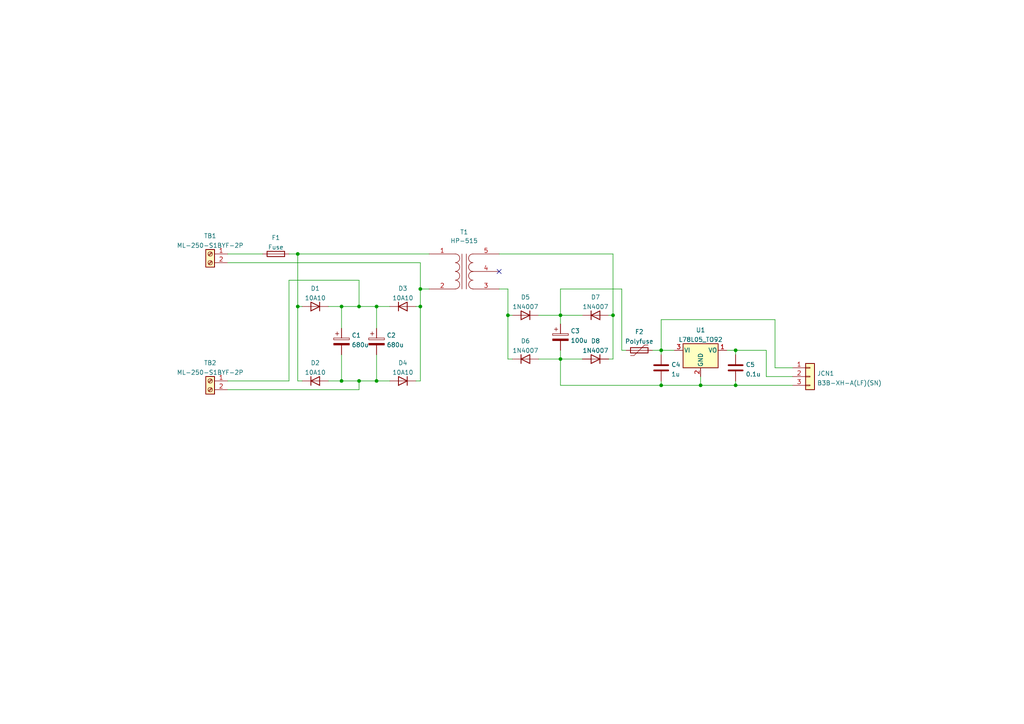
<source format=kicad_sch>
(kicad_sch (version 20211123) (generator eeschema)

  (uuid 7e5d37cf-7498-4752-a026-a4823cfcb875)

  (paper "A4")

  (title_block
    (title "Inverter Power Unit")
    (date "2022-03-13")
    (rev "V1.00")
  )

  (lib_symbols
    (symbol "Connector:Screw_Terminal_01x02" (pin_names (offset 1.016) hide) (in_bom yes) (on_board yes)
      (property "Reference" "J" (id 0) (at 0 2.54 0)
        (effects (font (size 1.27 1.27)))
      )
      (property "Value" "Screw_Terminal_01x02" (id 1) (at 0 -5.08 0)
        (effects (font (size 1.27 1.27)))
      )
      (property "Footprint" "" (id 2) (at 0 0 0)
        (effects (font (size 1.27 1.27)) hide)
      )
      (property "Datasheet" "~" (id 3) (at 0 0 0)
        (effects (font (size 1.27 1.27)) hide)
      )
      (property "ki_keywords" "screw terminal" (id 4) (at 0 0 0)
        (effects (font (size 1.27 1.27)) hide)
      )
      (property "ki_description" "Generic screw terminal, single row, 01x02, script generated (kicad-library-utils/schlib/autogen/connector/)" (id 5) (at 0 0 0)
        (effects (font (size 1.27 1.27)) hide)
      )
      (property "ki_fp_filters" "TerminalBlock*:*" (id 6) (at 0 0 0)
        (effects (font (size 1.27 1.27)) hide)
      )
      (symbol "Screw_Terminal_01x02_1_1"
        (rectangle (start -1.27 1.27) (end 1.27 -3.81)
          (stroke (width 0.254) (type default) (color 0 0 0 0))
          (fill (type background))
        )
        (circle (center 0 -2.54) (radius 0.635)
          (stroke (width 0.1524) (type default) (color 0 0 0 0))
          (fill (type none))
        )
        (polyline
          (pts
            (xy -0.5334 -2.2098)
            (xy 0.3302 -3.048)
          )
          (stroke (width 0.1524) (type default) (color 0 0 0 0))
          (fill (type none))
        )
        (polyline
          (pts
            (xy -0.5334 0.3302)
            (xy 0.3302 -0.508)
          )
          (stroke (width 0.1524) (type default) (color 0 0 0 0))
          (fill (type none))
        )
        (polyline
          (pts
            (xy -0.3556 -2.032)
            (xy 0.508 -2.8702)
          )
          (stroke (width 0.1524) (type default) (color 0 0 0 0))
          (fill (type none))
        )
        (polyline
          (pts
            (xy -0.3556 0.508)
            (xy 0.508 -0.3302)
          )
          (stroke (width 0.1524) (type default) (color 0 0 0 0))
          (fill (type none))
        )
        (circle (center 0 0) (radius 0.635)
          (stroke (width 0.1524) (type default) (color 0 0 0 0))
          (fill (type none))
        )
        (pin passive line (at -5.08 0 0) (length 3.81)
          (name "Pin_1" (effects (font (size 1.27 1.27))))
          (number "1" (effects (font (size 1.27 1.27))))
        )
        (pin passive line (at -5.08 -2.54 0) (length 3.81)
          (name "Pin_2" (effects (font (size 1.27 1.27))))
          (number "2" (effects (font (size 1.27 1.27))))
        )
      )
    )
    (symbol "Connector_Generic:Conn_01x03" (pin_names (offset 1.016) hide) (in_bom yes) (on_board yes)
      (property "Reference" "J" (id 0) (at 0 5.08 0)
        (effects (font (size 1.27 1.27)))
      )
      (property "Value" "Conn_01x03" (id 1) (at 0 -5.08 0)
        (effects (font (size 1.27 1.27)))
      )
      (property "Footprint" "" (id 2) (at 0 0 0)
        (effects (font (size 1.27 1.27)) hide)
      )
      (property "Datasheet" "~" (id 3) (at 0 0 0)
        (effects (font (size 1.27 1.27)) hide)
      )
      (property "ki_keywords" "connector" (id 4) (at 0 0 0)
        (effects (font (size 1.27 1.27)) hide)
      )
      (property "ki_description" "Generic connector, single row, 01x03, script generated (kicad-library-utils/schlib/autogen/connector/)" (id 5) (at 0 0 0)
        (effects (font (size 1.27 1.27)) hide)
      )
      (property "ki_fp_filters" "Connector*:*_1x??_*" (id 6) (at 0 0 0)
        (effects (font (size 1.27 1.27)) hide)
      )
      (symbol "Conn_01x03_1_1"
        (rectangle (start -1.27 -2.413) (end 0 -2.667)
          (stroke (width 0.1524) (type default) (color 0 0 0 0))
          (fill (type none))
        )
        (rectangle (start -1.27 0.127) (end 0 -0.127)
          (stroke (width 0.1524) (type default) (color 0 0 0 0))
          (fill (type none))
        )
        (rectangle (start -1.27 2.667) (end 0 2.413)
          (stroke (width 0.1524) (type default) (color 0 0 0 0))
          (fill (type none))
        )
        (rectangle (start -1.27 3.81) (end 1.27 -3.81)
          (stroke (width 0.254) (type default) (color 0 0 0 0))
          (fill (type background))
        )
        (pin passive line (at -5.08 2.54 0) (length 3.81)
          (name "Pin_1" (effects (font (size 1.27 1.27))))
          (number "1" (effects (font (size 1.27 1.27))))
        )
        (pin passive line (at -5.08 0 0) (length 3.81)
          (name "Pin_2" (effects (font (size 1.27 1.27))))
          (number "2" (effects (font (size 1.27 1.27))))
        )
        (pin passive line (at -5.08 -2.54 0) (length 3.81)
          (name "Pin_3" (effects (font (size 1.27 1.27))))
          (number "3" (effects (font (size 1.27 1.27))))
        )
      )
    )
    (symbol "Device:C" (pin_numbers hide) (pin_names (offset 0.254)) (in_bom yes) (on_board yes)
      (property "Reference" "C" (id 0) (at 0.635 2.54 0)
        (effects (font (size 1.27 1.27)) (justify left))
      )
      (property "Value" "C" (id 1) (at 0.635 -2.54 0)
        (effects (font (size 1.27 1.27)) (justify left))
      )
      (property "Footprint" "" (id 2) (at 0.9652 -3.81 0)
        (effects (font (size 1.27 1.27)) hide)
      )
      (property "Datasheet" "~" (id 3) (at 0 0 0)
        (effects (font (size 1.27 1.27)) hide)
      )
      (property "ki_keywords" "cap capacitor" (id 4) (at 0 0 0)
        (effects (font (size 1.27 1.27)) hide)
      )
      (property "ki_description" "Unpolarized capacitor" (id 5) (at 0 0 0)
        (effects (font (size 1.27 1.27)) hide)
      )
      (property "ki_fp_filters" "C_*" (id 6) (at 0 0 0)
        (effects (font (size 1.27 1.27)) hide)
      )
      (symbol "C_0_1"
        (polyline
          (pts
            (xy -2.032 -0.762)
            (xy 2.032 -0.762)
          )
          (stroke (width 0.508) (type default) (color 0 0 0 0))
          (fill (type none))
        )
        (polyline
          (pts
            (xy -2.032 0.762)
            (xy 2.032 0.762)
          )
          (stroke (width 0.508) (type default) (color 0 0 0 0))
          (fill (type none))
        )
      )
      (symbol "C_1_1"
        (pin passive line (at 0 3.81 270) (length 2.794)
          (name "~" (effects (font (size 1.27 1.27))))
          (number "1" (effects (font (size 1.27 1.27))))
        )
        (pin passive line (at 0 -3.81 90) (length 2.794)
          (name "~" (effects (font (size 1.27 1.27))))
          (number "2" (effects (font (size 1.27 1.27))))
        )
      )
    )
    (symbol "Device:C_Polarized" (pin_numbers hide) (pin_names (offset 0.254)) (in_bom yes) (on_board yes)
      (property "Reference" "C" (id 0) (at 0.635 2.54 0)
        (effects (font (size 1.27 1.27)) (justify left))
      )
      (property "Value" "C_Polarized" (id 1) (at 0.635 -2.54 0)
        (effects (font (size 1.27 1.27)) (justify left))
      )
      (property "Footprint" "" (id 2) (at 0.9652 -3.81 0)
        (effects (font (size 1.27 1.27)) hide)
      )
      (property "Datasheet" "~" (id 3) (at 0 0 0)
        (effects (font (size 1.27 1.27)) hide)
      )
      (property "ki_keywords" "cap capacitor" (id 4) (at 0 0 0)
        (effects (font (size 1.27 1.27)) hide)
      )
      (property "ki_description" "Polarized capacitor" (id 5) (at 0 0 0)
        (effects (font (size 1.27 1.27)) hide)
      )
      (property "ki_fp_filters" "CP_*" (id 6) (at 0 0 0)
        (effects (font (size 1.27 1.27)) hide)
      )
      (symbol "C_Polarized_0_1"
        (rectangle (start -2.286 0.508) (end 2.286 1.016)
          (stroke (width 0) (type default) (color 0 0 0 0))
          (fill (type none))
        )
        (polyline
          (pts
            (xy -1.778 2.286)
            (xy -0.762 2.286)
          )
          (stroke (width 0) (type default) (color 0 0 0 0))
          (fill (type none))
        )
        (polyline
          (pts
            (xy -1.27 2.794)
            (xy -1.27 1.778)
          )
          (stroke (width 0) (type default) (color 0 0 0 0))
          (fill (type none))
        )
        (rectangle (start 2.286 -0.508) (end -2.286 -1.016)
          (stroke (width 0) (type default) (color 0 0 0 0))
          (fill (type outline))
        )
      )
      (symbol "C_Polarized_1_1"
        (pin passive line (at 0 3.81 270) (length 2.794)
          (name "~" (effects (font (size 1.27 1.27))))
          (number "1" (effects (font (size 1.27 1.27))))
        )
        (pin passive line (at 0 -3.81 90) (length 2.794)
          (name "~" (effects (font (size 1.27 1.27))))
          (number "2" (effects (font (size 1.27 1.27))))
        )
      )
    )
    (symbol "Device:D" (pin_numbers hide) (pin_names (offset 1.016) hide) (in_bom yes) (on_board yes)
      (property "Reference" "D" (id 0) (at 0 2.54 0)
        (effects (font (size 1.27 1.27)))
      )
      (property "Value" "D" (id 1) (at 0 -2.54 0)
        (effects (font (size 1.27 1.27)))
      )
      (property "Footprint" "" (id 2) (at 0 0 0)
        (effects (font (size 1.27 1.27)) hide)
      )
      (property "Datasheet" "~" (id 3) (at 0 0 0)
        (effects (font (size 1.27 1.27)) hide)
      )
      (property "ki_keywords" "diode" (id 4) (at 0 0 0)
        (effects (font (size 1.27 1.27)) hide)
      )
      (property "ki_description" "Diode" (id 5) (at 0 0 0)
        (effects (font (size 1.27 1.27)) hide)
      )
      (property "ki_fp_filters" "TO-???* *_Diode_* *SingleDiode* D_*" (id 6) (at 0 0 0)
        (effects (font (size 1.27 1.27)) hide)
      )
      (symbol "D_0_1"
        (polyline
          (pts
            (xy -1.27 1.27)
            (xy -1.27 -1.27)
          )
          (stroke (width 0.254) (type default) (color 0 0 0 0))
          (fill (type none))
        )
        (polyline
          (pts
            (xy 1.27 0)
            (xy -1.27 0)
          )
          (stroke (width 0) (type default) (color 0 0 0 0))
          (fill (type none))
        )
        (polyline
          (pts
            (xy 1.27 1.27)
            (xy 1.27 -1.27)
            (xy -1.27 0)
            (xy 1.27 1.27)
          )
          (stroke (width 0.254) (type default) (color 0 0 0 0))
          (fill (type none))
        )
      )
      (symbol "D_1_1"
        (pin passive line (at -3.81 0 0) (length 2.54)
          (name "K" (effects (font (size 1.27 1.27))))
          (number "1" (effects (font (size 1.27 1.27))))
        )
        (pin passive line (at 3.81 0 180) (length 2.54)
          (name "A" (effects (font (size 1.27 1.27))))
          (number "2" (effects (font (size 1.27 1.27))))
        )
      )
    )
    (symbol "Device:Fuse" (pin_numbers hide) (pin_names (offset 0)) (in_bom yes) (on_board yes)
      (property "Reference" "F" (id 0) (at 2.032 0 90)
        (effects (font (size 1.27 1.27)))
      )
      (property "Value" "Fuse" (id 1) (at -1.905 0 90)
        (effects (font (size 1.27 1.27)))
      )
      (property "Footprint" "" (id 2) (at -1.778 0 90)
        (effects (font (size 1.27 1.27)) hide)
      )
      (property "Datasheet" "~" (id 3) (at 0 0 0)
        (effects (font (size 1.27 1.27)) hide)
      )
      (property "ki_keywords" "fuse" (id 4) (at 0 0 0)
        (effects (font (size 1.27 1.27)) hide)
      )
      (property "ki_description" "Fuse" (id 5) (at 0 0 0)
        (effects (font (size 1.27 1.27)) hide)
      )
      (property "ki_fp_filters" "*Fuse*" (id 6) (at 0 0 0)
        (effects (font (size 1.27 1.27)) hide)
      )
      (symbol "Fuse_0_1"
        (rectangle (start -0.762 -2.54) (end 0.762 2.54)
          (stroke (width 0.254) (type default) (color 0 0 0 0))
          (fill (type none))
        )
        (polyline
          (pts
            (xy 0 2.54)
            (xy 0 -2.54)
          )
          (stroke (width 0) (type default) (color 0 0 0 0))
          (fill (type none))
        )
      )
      (symbol "Fuse_1_1"
        (pin passive line (at 0 3.81 270) (length 1.27)
          (name "~" (effects (font (size 1.27 1.27))))
          (number "1" (effects (font (size 1.27 1.27))))
        )
        (pin passive line (at 0 -3.81 90) (length 1.27)
          (name "~" (effects (font (size 1.27 1.27))))
          (number "2" (effects (font (size 1.27 1.27))))
        )
      )
    )
    (symbol "Device:Polyfuse" (pin_numbers hide) (pin_names (offset 0)) (in_bom yes) (on_board yes)
      (property "Reference" "F" (id 0) (at -2.54 0 90)
        (effects (font (size 1.27 1.27)))
      )
      (property "Value" "Polyfuse" (id 1) (at 2.54 0 90)
        (effects (font (size 1.27 1.27)))
      )
      (property "Footprint" "" (id 2) (at 1.27 -5.08 0)
        (effects (font (size 1.27 1.27)) (justify left) hide)
      )
      (property "Datasheet" "~" (id 3) (at 0 0 0)
        (effects (font (size 1.27 1.27)) hide)
      )
      (property "ki_keywords" "resettable fuse PTC PPTC polyfuse polyswitch" (id 4) (at 0 0 0)
        (effects (font (size 1.27 1.27)) hide)
      )
      (property "ki_description" "Resettable fuse, polymeric positive temperature coefficient" (id 5) (at 0 0 0)
        (effects (font (size 1.27 1.27)) hide)
      )
      (property "ki_fp_filters" "*polyfuse* *PTC*" (id 6) (at 0 0 0)
        (effects (font (size 1.27 1.27)) hide)
      )
      (symbol "Polyfuse_0_1"
        (rectangle (start -0.762 2.54) (end 0.762 -2.54)
          (stroke (width 0.254) (type default) (color 0 0 0 0))
          (fill (type none))
        )
        (polyline
          (pts
            (xy 0 2.54)
            (xy 0 -2.54)
          )
          (stroke (width 0) (type default) (color 0 0 0 0))
          (fill (type none))
        )
        (polyline
          (pts
            (xy -1.524 2.54)
            (xy -1.524 1.524)
            (xy 1.524 -1.524)
            (xy 1.524 -2.54)
          )
          (stroke (width 0) (type default) (color 0 0 0 0))
          (fill (type none))
        )
      )
      (symbol "Polyfuse_1_1"
        (pin passive line (at 0 3.81 270) (length 1.27)
          (name "~" (effects (font (size 1.27 1.27))))
          (number "1" (effects (font (size 1.27 1.27))))
        )
        (pin passive line (at 0 -3.81 90) (length 1.27)
          (name "~" (effects (font (size 1.27 1.27))))
          (number "2" (effects (font (size 1.27 1.27))))
        )
      )
    )
    (symbol "Device:Transformer_1P_SS" (pin_names (offset 1.016) hide) (in_bom yes) (on_board yes)
      (property "Reference" "T" (id 0) (at 0 6.35 0)
        (effects (font (size 1.27 1.27)))
      )
      (property "Value" "Transformer_1P_SS" (id 1) (at 0 -7.62 0)
        (effects (font (size 1.27 1.27)))
      )
      (property "Footprint" "" (id 2) (at 0 0 0)
        (effects (font (size 1.27 1.27)) hide)
      )
      (property "Datasheet" "~" (id 3) (at 0 0 0)
        (effects (font (size 1.27 1.27)) hide)
      )
      (property "ki_keywords" "transformer coil magnet" (id 4) (at 0 0 0)
        (effects (font (size 1.27 1.27)) hide)
      )
      (property "ki_description" "Transformer, single primary, split secondary" (id 5) (at 0 0 0)
        (effects (font (size 1.27 1.27)) hide)
      )
      (symbol "Transformer_1P_SS_0_1"
        (arc (start -2.54 -5.0546) (mid -1.6561 -4.6863) (end -1.27 -3.81)
          (stroke (width 0) (type default) (color 0 0 0 0))
          (fill (type none))
        )
        (arc (start -2.54 -2.5146) (mid -1.6561 -2.1463) (end -1.27 -1.27)
          (stroke (width 0) (type default) (color 0 0 0 0))
          (fill (type none))
        )
        (arc (start -2.54 0.0254) (mid -1.6561 0.3937) (end -1.27 1.27)
          (stroke (width 0) (type default) (color 0 0 0 0))
          (fill (type none))
        )
        (arc (start -2.54 2.5654) (mid -1.6561 2.9337) (end -1.27 3.81)
          (stroke (width 0) (type default) (color 0 0 0 0))
          (fill (type none))
        )
        (arc (start -1.27 -3.81) (mid -1.642 -2.912) (end -2.54 -2.54)
          (stroke (width 0) (type default) (color 0 0 0 0))
          (fill (type none))
        )
        (arc (start -1.27 -1.27) (mid -1.642 -0.372) (end -2.54 0)
          (stroke (width 0) (type default) (color 0 0 0 0))
          (fill (type none))
        )
        (arc (start -1.27 1.27) (mid -1.642 2.168) (end -2.54 2.54)
          (stroke (width 0) (type default) (color 0 0 0 0))
          (fill (type none))
        )
        (arc (start -1.27 3.81) (mid -1.642 4.708) (end -2.54 5.08)
          (stroke (width 0) (type default) (color 0 0 0 0))
          (fill (type none))
        )
        (polyline
          (pts
            (xy -0.635 5.08)
            (xy -0.635 -5.08)
          )
          (stroke (width 0) (type default) (color 0 0 0 0))
          (fill (type none))
        )
        (polyline
          (pts
            (xy 0.635 -5.08)
            (xy 0.635 5.08)
          )
          (stroke (width 0) (type default) (color 0 0 0 0))
          (fill (type none))
        )
        (arc (start 1.2954 -1.27) (mid 1.6599 -2.1501) (end 2.54 -2.5146)
          (stroke (width 0) (type default) (color 0 0 0 0))
          (fill (type none))
        )
        (arc (start 1.2954 1.27) (mid 1.6599 0.3899) (end 2.54 0.0254)
          (stroke (width 0) (type default) (color 0 0 0 0))
          (fill (type none))
        )
        (arc (start 1.2954 3.81) (mid 1.6599 2.9299) (end 2.54 2.5654)
          (stroke (width 0) (type default) (color 0 0 0 0))
          (fill (type none))
        )
        (arc (start 1.3208 -3.81) (mid 1.6853 -4.6901) (end 2.5654 -5.0546)
          (stroke (width 0) (type default) (color 0 0 0 0))
          (fill (type none))
        )
        (arc (start 2.54 0) (mid 1.6456 -0.3683) (end 1.2954 -1.27)
          (stroke (width 0) (type default) (color 0 0 0 0))
          (fill (type none))
        )
        (arc (start 2.54 2.54) (mid 1.6456 2.1717) (end 1.2954 1.27)
          (stroke (width 0) (type default) (color 0 0 0 0))
          (fill (type none))
        )
        (arc (start 2.54 5.08) (mid 1.6456 4.7117) (end 1.2954 3.81)
          (stroke (width 0) (type default) (color 0 0 0 0))
          (fill (type none))
        )
        (arc (start 2.5654 -2.54) (mid 1.671 -2.9083) (end 1.3208 -3.81)
          (stroke (width 0) (type default) (color 0 0 0 0))
          (fill (type none))
        )
      )
      (symbol "Transformer_1P_SS_1_1"
        (pin passive line (at -10.16 5.08 0) (length 7.62)
          (name "AA" (effects (font (size 1.27 1.27))))
          (number "1" (effects (font (size 1.27 1.27))))
        )
        (pin passive line (at -10.16 -5.08 0) (length 7.62)
          (name "AB" (effects (font (size 1.27 1.27))))
          (number "2" (effects (font (size 1.27 1.27))))
        )
        (pin passive line (at 10.16 -5.08 180) (length 7.62)
          (name "SA" (effects (font (size 1.27 1.27))))
          (number "3" (effects (font (size 1.27 1.27))))
        )
        (pin passive line (at 10.16 0 180) (length 7.62)
          (name "SC" (effects (font (size 1.27 1.27))))
          (number "4" (effects (font (size 1.27 1.27))))
        )
        (pin passive line (at 10.16 5.08 180) (length 7.62)
          (name "SB" (effects (font (size 1.27 1.27))))
          (number "5" (effects (font (size 1.27 1.27))))
        )
      )
    )
    (symbol "Regulator_Linear:L78L05_TO92" (pin_names (offset 0.254)) (in_bom yes) (on_board yes)
      (property "Reference" "U" (id 0) (at -3.81 3.175 0)
        (effects (font (size 1.27 1.27)))
      )
      (property "Value" "L78L05_TO92" (id 1) (at 0 3.175 0)
        (effects (font (size 1.27 1.27)) (justify left))
      )
      (property "Footprint" "Package_TO_SOT_THT:TO-92_Inline" (id 2) (at 0 5.715 0)
        (effects (font (size 1.27 1.27) italic) hide)
      )
      (property "Datasheet" "http://www.st.com/content/ccc/resource/technical/document/datasheet/15/55/e5/aa/23/5b/43/fd/CD00000446.pdf/files/CD00000446.pdf/jcr:content/translations/en.CD00000446.pdf" (id 3) (at 0 -1.27 0)
        (effects (font (size 1.27 1.27)) hide)
      )
      (property "ki_keywords" "Voltage Regulator 100mA Positive" (id 4) (at 0 0 0)
        (effects (font (size 1.27 1.27)) hide)
      )
      (property "ki_description" "Positive 100mA 30V Linear Regulator, Fixed Output 5V, TO-92" (id 5) (at 0 0 0)
        (effects (font (size 1.27 1.27)) hide)
      )
      (property "ki_fp_filters" "TO?92*" (id 6) (at 0 0 0)
        (effects (font (size 1.27 1.27)) hide)
      )
      (symbol "L78L05_TO92_0_1"
        (rectangle (start -5.08 -5.08) (end 5.08 1.905)
          (stroke (width 0.254) (type default) (color 0 0 0 0))
          (fill (type background))
        )
      )
      (symbol "L78L05_TO92_1_1"
        (pin power_out line (at 7.62 0 180) (length 2.54)
          (name "VO" (effects (font (size 1.27 1.27))))
          (number "1" (effects (font (size 1.27 1.27))))
        )
        (pin power_in line (at 0 -7.62 90) (length 2.54)
          (name "GND" (effects (font (size 1.27 1.27))))
          (number "2" (effects (font (size 1.27 1.27))))
        )
        (pin power_in line (at -7.62 0 0) (length 2.54)
          (name "VI" (effects (font (size 1.27 1.27))))
          (number "3" (effects (font (size 1.27 1.27))))
        )
      )
    )
  )

  (junction (at 109.22 88.9) (diameter 0) (color 0 0 0 0)
    (uuid 33bb78a8-466d-4c45-a57b-350346678c41)
  )
  (junction (at 99.06 88.9) (diameter 0) (color 0 0 0 0)
    (uuid 3bf893b9-c426-419d-a5ce-69930df62ed0)
  )
  (junction (at 162.56 91.44) (diameter 0) (color 0 0 0 0)
    (uuid 3eeafc26-b072-49c1-977e-a6763a878fb4)
  )
  (junction (at 213.36 111.76) (diameter 0) (color 0 0 0 0)
    (uuid 419b7174-6d18-410f-8870-a42cf8464fa5)
  )
  (junction (at 121.92 83.82) (diameter 0) (color 0 0 0 0)
    (uuid 47c7eff2-18c7-49d2-b33f-04bf97377100)
  )
  (junction (at 109.22 110.49) (diameter 0) (color 0 0 0 0)
    (uuid 51b91ff5-1dd5-4d5a-a5b6-7eaa73384835)
  )
  (junction (at 177.8 91.44) (diameter 0) (color 0 0 0 0)
    (uuid 54d9a25a-b0a6-4682-9044-7f9fcc5972f9)
  )
  (junction (at 213.36 101.6) (diameter 0) (color 0 0 0 0)
    (uuid 57fe26bc-bc0d-4d92-ac4b-55fb76650272)
  )
  (junction (at 86.36 73.66) (diameter 0) (color 0 0 0 0)
    (uuid 65ff5fef-ef1a-4111-88b0-2b03e43f8cbc)
  )
  (junction (at 147.32 91.44) (diameter 0) (color 0 0 0 0)
    (uuid 76fc4d62-4898-4b71-b540-dbd2eaad28dd)
  )
  (junction (at 203.2 111.76) (diameter 0) (color 0 0 0 0)
    (uuid 7a9933c4-0bf4-4b04-addc-a80e38cc06fb)
  )
  (junction (at 191.77 111.76) (diameter 0) (color 0 0 0 0)
    (uuid 86934a36-a4ec-4195-a1b5-4364baab9f68)
  )
  (junction (at 104.14 88.9) (diameter 0) (color 0 0 0 0)
    (uuid 8c4696a4-4845-4b01-af29-a3e5b51e1f5a)
  )
  (junction (at 104.14 110.49) (diameter 0) (color 0 0 0 0)
    (uuid 9a112898-efb1-483f-bc34-ddde6c7944a4)
  )
  (junction (at 191.77 101.6) (diameter 0) (color 0 0 0 0)
    (uuid b17e0654-606d-41d3-aaa9-6f6f9650a8c4)
  )
  (junction (at 121.92 88.9) (diameter 0) (color 0 0 0 0)
    (uuid c66f081e-970d-4cf5-acea-c7ce158fa876)
  )
  (junction (at 86.36 88.9) (diameter 0) (color 0 0 0 0)
    (uuid e73dceb5-b1c1-4d38-a17e-7fe4da2e3e44)
  )
  (junction (at 99.06 110.49) (diameter 0) (color 0 0 0 0)
    (uuid f44bf705-dc30-467f-9f2e-4380c4497043)
  )
  (junction (at 162.56 104.14) (diameter 0) (color 0 0 0 0)
    (uuid f9977bfa-532c-4ab6-8635-28a93c4dde89)
  )

  (no_connect (at 144.78 78.74) (uuid 2c14d477-45c1-45d4-9039-1609d97011b6))

  (wire (pts (xy 121.92 76.2) (xy 121.92 83.82))
    (stroke (width 0) (type default) (color 0 0 0 0))
    (uuid 0430ff53-1e7c-4340-b91e-9430da84e13b)
  )
  (wire (pts (xy 213.36 111.76) (xy 229.87 111.76))
    (stroke (width 0) (type default) (color 0 0 0 0))
    (uuid 0598677e-5272-4fe4-ab2b-606a282c2191)
  )
  (wire (pts (xy 203.2 111.76) (xy 203.2 109.22))
    (stroke (width 0) (type default) (color 0 0 0 0))
    (uuid 06da5c44-bb69-49dc-bdcd-b1e6e6f2c0be)
  )
  (wire (pts (xy 180.34 101.6) (xy 180.34 83.82))
    (stroke (width 0) (type default) (color 0 0 0 0))
    (uuid 0e0e1bc4-1ced-4253-af96-d0b663195320)
  )
  (wire (pts (xy 147.32 91.44) (xy 148.59 91.44))
    (stroke (width 0) (type default) (color 0 0 0 0))
    (uuid 0fb5cf87-20c7-4189-8111-e74380367412)
  )
  (wire (pts (xy 222.25 101.6) (xy 222.25 109.22))
    (stroke (width 0) (type default) (color 0 0 0 0))
    (uuid 145d0adf-878d-4d49-b930-7280ea8670d9)
  )
  (wire (pts (xy 144.78 73.66) (xy 177.8 73.66))
    (stroke (width 0) (type default) (color 0 0 0 0))
    (uuid 16d62d2e-b6b4-4acf-99c5-e793b6ed06a9)
  )
  (wire (pts (xy 66.04 73.66) (xy 76.2 73.66))
    (stroke (width 0) (type default) (color 0 0 0 0))
    (uuid 16dd7943-aa30-4afb-84c8-b7889c07451e)
  )
  (wire (pts (xy 162.56 91.44) (xy 168.91 91.44))
    (stroke (width 0) (type default) (color 0 0 0 0))
    (uuid 1b6cb00e-7896-4526-a0c0-c5e23fce953b)
  )
  (wire (pts (xy 191.77 111.76) (xy 203.2 111.76))
    (stroke (width 0) (type default) (color 0 0 0 0))
    (uuid 2122b5ca-319a-4dcc-849f-bba2754e1804)
  )
  (wire (pts (xy 109.22 102.87) (xy 109.22 110.49))
    (stroke (width 0) (type default) (color 0 0 0 0))
    (uuid 2233c029-eb66-44fa-9927-4bf6207f1415)
  )
  (wire (pts (xy 224.79 92.71) (xy 191.77 92.71))
    (stroke (width 0) (type default) (color 0 0 0 0))
    (uuid 229f396d-05cf-475e-9b52-45282961d732)
  )
  (wire (pts (xy 87.63 110.49) (xy 86.36 110.49))
    (stroke (width 0) (type default) (color 0 0 0 0))
    (uuid 2c8fe060-e5fc-4b0b-b25c-7324221653ef)
  )
  (wire (pts (xy 66.04 76.2) (xy 121.92 76.2))
    (stroke (width 0) (type default) (color 0 0 0 0))
    (uuid 30d4bff0-faa5-4da7-97dd-d3cda6e0e858)
  )
  (wire (pts (xy 104.14 110.49) (xy 109.22 110.49))
    (stroke (width 0) (type default) (color 0 0 0 0))
    (uuid 35c225fd-27b8-472a-a00d-0949efc53d24)
  )
  (wire (pts (xy 213.36 101.6) (xy 222.25 101.6))
    (stroke (width 0) (type default) (color 0 0 0 0))
    (uuid 405956d6-1cb6-47b0-9e3a-2e02f891b504)
  )
  (wire (pts (xy 229.87 106.68) (xy 224.79 106.68))
    (stroke (width 0) (type default) (color 0 0 0 0))
    (uuid 4104301a-5a80-4649-82b1-452dfc27f861)
  )
  (wire (pts (xy 213.36 110.49) (xy 213.36 111.76))
    (stroke (width 0) (type default) (color 0 0 0 0))
    (uuid 4296b265-d111-4a87-ba7c-5ff3759fb29b)
  )
  (wire (pts (xy 222.25 109.22) (xy 229.87 109.22))
    (stroke (width 0) (type default) (color 0 0 0 0))
    (uuid 458a29bf-840a-4cc1-ae78-f0cd8e2b8d1c)
  )
  (wire (pts (xy 86.36 73.66) (xy 86.36 88.9))
    (stroke (width 0) (type default) (color 0 0 0 0))
    (uuid 46d579cc-3906-4bec-8894-3e362461f406)
  )
  (wire (pts (xy 99.06 88.9) (xy 104.14 88.9))
    (stroke (width 0) (type default) (color 0 0 0 0))
    (uuid 4732d810-927f-4fe7-81e7-73aba0789620)
  )
  (wire (pts (xy 121.92 83.82) (xy 124.46 83.82))
    (stroke (width 0) (type default) (color 0 0 0 0))
    (uuid 483812e2-f1f0-4c72-8042-3b52a35084f5)
  )
  (wire (pts (xy 191.77 92.71) (xy 191.77 101.6))
    (stroke (width 0) (type default) (color 0 0 0 0))
    (uuid 4ca3f979-7313-457b-ad87-84848ecae56a)
  )
  (wire (pts (xy 99.06 110.49) (xy 104.14 110.49))
    (stroke (width 0) (type default) (color 0 0 0 0))
    (uuid 4f8ac735-88c1-4c12-a8d1-67886a40ef12)
  )
  (wire (pts (xy 109.22 110.49) (xy 113.03 110.49))
    (stroke (width 0) (type default) (color 0 0 0 0))
    (uuid 50c5b7ab-3e70-4936-955d-ad0d54759cd3)
  )
  (wire (pts (xy 156.21 91.44) (xy 162.56 91.44))
    (stroke (width 0) (type default) (color 0 0 0 0))
    (uuid 526b6570-46b7-48a6-813c-98309a7ebb74)
  )
  (wire (pts (xy 148.59 104.14) (xy 147.32 104.14))
    (stroke (width 0) (type default) (color 0 0 0 0))
    (uuid 542f403b-dd0c-4314-a4c8-445abd90b7ee)
  )
  (wire (pts (xy 109.22 88.9) (xy 109.22 95.25))
    (stroke (width 0) (type default) (color 0 0 0 0))
    (uuid 55ca2b06-2cd6-4773-a95f-c63d62fe96a4)
  )
  (wire (pts (xy 121.92 88.9) (xy 121.92 110.49))
    (stroke (width 0) (type default) (color 0 0 0 0))
    (uuid 56b5f900-b402-4082-88a3-05bde4194423)
  )
  (wire (pts (xy 86.36 110.49) (xy 86.36 88.9))
    (stroke (width 0) (type default) (color 0 0 0 0))
    (uuid 58d9cee0-0986-462d-b90e-4287cc1abb38)
  )
  (wire (pts (xy 144.78 83.82) (xy 147.32 83.82))
    (stroke (width 0) (type default) (color 0 0 0 0))
    (uuid 59392c16-d40c-4bd3-997d-da2c5148e677)
  )
  (wire (pts (xy 66.04 113.03) (xy 104.14 113.03))
    (stroke (width 0) (type default) (color 0 0 0 0))
    (uuid 5a02b942-8115-43e1-9c4c-8a39a065d5fc)
  )
  (wire (pts (xy 177.8 91.44) (xy 176.53 91.44))
    (stroke (width 0) (type default) (color 0 0 0 0))
    (uuid 5d0ad493-7464-4e8a-aff8-7dc7cf69082c)
  )
  (wire (pts (xy 203.2 111.76) (xy 213.36 111.76))
    (stroke (width 0) (type default) (color 0 0 0 0))
    (uuid 5e30ba79-e73c-42ed-a4c8-3efc85f1eddf)
  )
  (wire (pts (xy 156.21 104.14) (xy 162.56 104.14))
    (stroke (width 0) (type default) (color 0 0 0 0))
    (uuid 5ef89c28-8709-4d3b-bfbd-fcec4c25fbe9)
  )
  (wire (pts (xy 104.14 88.9) (xy 109.22 88.9))
    (stroke (width 0) (type default) (color 0 0 0 0))
    (uuid 5facb9e4-15b7-4bbc-9096-862145da2fe5)
  )
  (wire (pts (xy 191.77 101.6) (xy 191.77 102.87))
    (stroke (width 0) (type default) (color 0 0 0 0))
    (uuid 6ab6105e-749d-4b2e-8fe3-bf5ae82f083d)
  )
  (wire (pts (xy 162.56 101.6) (xy 162.56 104.14))
    (stroke (width 0) (type default) (color 0 0 0 0))
    (uuid 6d65df0c-a40c-4815-86ba-740cf8171dfa)
  )
  (wire (pts (xy 104.14 81.28) (xy 83.82 81.28))
    (stroke (width 0) (type default) (color 0 0 0 0))
    (uuid 733010fa-bb78-4340-9e95-2bcf28b8a689)
  )
  (wire (pts (xy 213.36 102.87) (xy 213.36 101.6))
    (stroke (width 0) (type default) (color 0 0 0 0))
    (uuid 73da7199-3db3-4a3f-8dc0-b25e760d7740)
  )
  (wire (pts (xy 86.36 88.9) (xy 87.63 88.9))
    (stroke (width 0) (type default) (color 0 0 0 0))
    (uuid 757f3885-0e67-4009-985b-7cc9058bcc40)
  )
  (wire (pts (xy 177.8 91.44) (xy 177.8 104.14))
    (stroke (width 0) (type default) (color 0 0 0 0))
    (uuid 76d2120a-8678-4990-8bec-d949bf3a70d7)
  )
  (wire (pts (xy 162.56 104.14) (xy 162.56 111.76))
    (stroke (width 0) (type default) (color 0 0 0 0))
    (uuid 7781eb39-2c2c-4a2c-995e-4687a391dda7)
  )
  (wire (pts (xy 83.82 73.66) (xy 86.36 73.66))
    (stroke (width 0) (type default) (color 0 0 0 0))
    (uuid 7d9509df-981a-47ff-841c-5401a26807d1)
  )
  (wire (pts (xy 120.65 110.49) (xy 121.92 110.49))
    (stroke (width 0) (type default) (color 0 0 0 0))
    (uuid 7dbe07bc-7cc2-4020-ad90-018e14ad1f6e)
  )
  (wire (pts (xy 104.14 110.49) (xy 104.14 113.03))
    (stroke (width 0) (type default) (color 0 0 0 0))
    (uuid 83201ebf-add7-4662-9424-2185275fc8b8)
  )
  (wire (pts (xy 95.25 88.9) (xy 99.06 88.9))
    (stroke (width 0) (type default) (color 0 0 0 0))
    (uuid 890a911e-907a-4fad-9af5-77fc4c237064)
  )
  (wire (pts (xy 95.25 110.49) (xy 99.06 110.49))
    (stroke (width 0) (type default) (color 0 0 0 0))
    (uuid 8a0d4b69-bc98-4f07-b5b0-d30d3823830b)
  )
  (wire (pts (xy 104.14 81.28) (xy 104.14 88.9))
    (stroke (width 0) (type default) (color 0 0 0 0))
    (uuid 8dea7982-bb11-486f-9e6c-229d5c0353c4)
  )
  (wire (pts (xy 162.56 111.76) (xy 191.77 111.76))
    (stroke (width 0) (type default) (color 0 0 0 0))
    (uuid 8f1b5b52-2796-45d0-9789-742e811523ff)
  )
  (wire (pts (xy 83.82 81.28) (xy 83.82 110.49))
    (stroke (width 0) (type default) (color 0 0 0 0))
    (uuid 94dcb139-2876-4a88-9afc-5a91f644dff1)
  )
  (wire (pts (xy 162.56 91.44) (xy 162.56 93.98))
    (stroke (width 0) (type default) (color 0 0 0 0))
    (uuid 9c1c2e18-b57a-47af-8cae-4f769259a672)
  )
  (wire (pts (xy 162.56 83.82) (xy 162.56 91.44))
    (stroke (width 0) (type default) (color 0 0 0 0))
    (uuid 9ff2b68e-4624-4abf-85ab-78decad23afb)
  )
  (wire (pts (xy 210.82 101.6) (xy 213.36 101.6))
    (stroke (width 0) (type default) (color 0 0 0 0))
    (uuid ad7a2645-6cb8-42f0-8e4d-3b01235ef96d)
  )
  (wire (pts (xy 180.34 83.82) (xy 162.56 83.82))
    (stroke (width 0) (type default) (color 0 0 0 0))
    (uuid b0f61fda-43ce-482e-9e1c-cf7d011e9e5d)
  )
  (wire (pts (xy 189.23 101.6) (xy 191.77 101.6))
    (stroke (width 0) (type default) (color 0 0 0 0))
    (uuid b2d48fe7-c293-42e4-9b40-f27b1b94f514)
  )
  (wire (pts (xy 191.77 110.49) (xy 191.77 111.76))
    (stroke (width 0) (type default) (color 0 0 0 0))
    (uuid b5f3688c-9a7a-4a04-ae9a-b3e718b4dbaf)
  )
  (wire (pts (xy 162.56 104.14) (xy 168.91 104.14))
    (stroke (width 0) (type default) (color 0 0 0 0))
    (uuid b7614c1e-0dbb-49fc-86e0-0a00945f726f)
  )
  (wire (pts (xy 121.92 88.9) (xy 120.65 88.9))
    (stroke (width 0) (type default) (color 0 0 0 0))
    (uuid ba6fc3e5-ed0d-4ab4-a448-404ea439497f)
  )
  (wire (pts (xy 86.36 73.66) (xy 124.46 73.66))
    (stroke (width 0) (type default) (color 0 0 0 0))
    (uuid bb9b4e6d-83b9-4029-8876-c55e27ab44a9)
  )
  (wire (pts (xy 176.53 104.14) (xy 177.8 104.14))
    (stroke (width 0) (type default) (color 0 0 0 0))
    (uuid c295b42a-dffb-46b5-9247-b8c1b850dd77)
  )
  (wire (pts (xy 191.77 101.6) (xy 195.58 101.6))
    (stroke (width 0) (type default) (color 0 0 0 0))
    (uuid d429ee0c-dedf-44f4-aa0b-c6188c7b92aa)
  )
  (wire (pts (xy 121.92 83.82) (xy 121.92 88.9))
    (stroke (width 0) (type default) (color 0 0 0 0))
    (uuid e5f46e38-5f56-4975-8ac8-7340dcbff740)
  )
  (wire (pts (xy 147.32 83.82) (xy 147.32 91.44))
    (stroke (width 0) (type default) (color 0 0 0 0))
    (uuid e651bebd-ee68-46d1-a9d1-3741b1e5684b)
  )
  (wire (pts (xy 224.79 106.68) (xy 224.79 92.71))
    (stroke (width 0) (type default) (color 0 0 0 0))
    (uuid e776dec5-6fd9-43cf-b00c-232b038a4245)
  )
  (wire (pts (xy 99.06 102.87) (xy 99.06 110.49))
    (stroke (width 0) (type default) (color 0 0 0 0))
    (uuid edcb1c79-6c18-4958-ad71-c248633cc29c)
  )
  (wire (pts (xy 83.82 110.49) (xy 66.04 110.49))
    (stroke (width 0) (type default) (color 0 0 0 0))
    (uuid f0f51d74-7ce8-4300-ade6-09e0a3b813fe)
  )
  (wire (pts (xy 177.8 73.66) (xy 177.8 91.44))
    (stroke (width 0) (type default) (color 0 0 0 0))
    (uuid f2509d8e-4a1b-4c37-8fb4-13e407007db2)
  )
  (wire (pts (xy 109.22 88.9) (xy 113.03 88.9))
    (stroke (width 0) (type default) (color 0 0 0 0))
    (uuid f405d4eb-1682-4a97-b328-4f3925486036)
  )
  (wire (pts (xy 147.32 104.14) (xy 147.32 91.44))
    (stroke (width 0) (type default) (color 0 0 0 0))
    (uuid fe0cfa98-0df8-4534-ab8d-5982fea5f471)
  )
  (wire (pts (xy 180.34 101.6) (xy 181.61 101.6))
    (stroke (width 0) (type default) (color 0 0 0 0))
    (uuid fe7896df-d35b-42c4-a28e-2d7c87d3520b)
  )
  (wire (pts (xy 99.06 88.9) (xy 99.06 95.25))
    (stroke (width 0) (type default) (color 0 0 0 0))
    (uuid ff9fc5fb-a739-48b2-83bb-78e1a18fc4e1)
  )

  (symbol (lib_id "Device:D") (at 172.72 91.44 0) (mirror x) (unit 1)
    (in_bom yes) (on_board yes) (fields_autoplaced)
    (uuid 02dbb8cf-fd13-4f15-a3e3-f2d9aef5040f)
    (property "Reference" "D7" (id 0) (at 172.72 86.2035 0))
    (property "Value" "1N4007" (id 1) (at 172.72 88.9786 0))
    (property "Footprint" "" (id 2) (at 172.72 91.44 0)
      (effects (font (size 1.27 1.27)) hide)
    )
    (property "Datasheet" "~" (id 3) (at 172.72 91.44 0)
      (effects (font (size 1.27 1.27)) hide)
    )
    (pin "1" (uuid 4af271a3-1dff-4262-9635-04673dde6c17))
    (pin "2" (uuid d7683d3e-0366-4d54-9e20-9a43185bd980))
  )

  (symbol (lib_id "Device:D") (at 116.84 88.9 0) (mirror x) (unit 1)
    (in_bom yes) (on_board yes) (fields_autoplaced)
    (uuid 0a277b85-3ab7-4296-aa2c-35f6e532e6d3)
    (property "Reference" "D3" (id 0) (at 116.84 83.6635 0))
    (property "Value" "10A10" (id 1) (at 116.84 86.4386 0))
    (property "Footprint" "" (id 2) (at 116.84 88.9 0)
      (effects (font (size 1.27 1.27)) hide)
    )
    (property "Datasheet" "~" (id 3) (at 116.84 88.9 0)
      (effects (font (size 1.27 1.27)) hide)
    )
    (pin "1" (uuid 70ed893a-a65a-4dc7-85b4-3a4eb14fa68d))
    (pin "2" (uuid 53b3bfe1-4f97-4a61-9ab1-b26807dfed50))
  )

  (symbol (lib_id "Device:D") (at 152.4 104.14 0) (mirror x) (unit 1)
    (in_bom yes) (on_board yes)
    (uuid 16738ae2-0b58-4383-96db-5cbe44a90a1f)
    (property "Reference" "D6" (id 0) (at 152.4 98.9035 0))
    (property "Value" "1N4007" (id 1) (at 152.4 101.6786 0))
    (property "Footprint" "" (id 2) (at 152.4 104.14 0)
      (effects (font (size 1.27 1.27)) hide)
    )
    (property "Datasheet" "~" (id 3) (at 152.4 104.14 0)
      (effects (font (size 1.27 1.27)) hide)
    )
    (pin "1" (uuid bc209432-2cb1-46bb-a9a9-f2d280e69079))
    (pin "2" (uuid 2241c017-b195-407e-92e2-e56ba711e28c))
  )

  (symbol (lib_id "Connector:Screw_Terminal_01x02") (at 60.96 73.66 0) (mirror y) (unit 1)
    (in_bom yes) (on_board yes) (fields_autoplaced)
    (uuid 308cd99e-7f39-462f-81c8-bd62da61505a)
    (property "Reference" "TB1" (id 0) (at 60.96 68.4235 0))
    (property "Value" "ML-250-S1BYF-2P" (id 1) (at 60.96 71.1986 0))
    (property "Footprint" "" (id 2) (at 60.96 73.66 0)
      (effects (font (size 1.27 1.27)) hide)
    )
    (property "Datasheet" "~" (id 3) (at 60.96 73.66 0)
      (effects (font (size 1.27 1.27)) hide)
    )
    (pin "1" (uuid e34edb97-87d7-46c5-8fe8-4888b00ab352))
    (pin "2" (uuid 669948d4-9417-4bb1-b06f-da629c8b9b6a))
  )

  (symbol (lib_id "Device:C") (at 191.77 106.68 0) (unit 1)
    (in_bom yes) (on_board yes) (fields_autoplaced)
    (uuid 36941b98-f951-4f61-bc1e-17c4da933fc2)
    (property "Reference" "C4" (id 0) (at 194.691 105.7715 0)
      (effects (font (size 1.27 1.27)) (justify left))
    )
    (property "Value" "1u" (id 1) (at 194.691 108.5466 0)
      (effects (font (size 1.27 1.27)) (justify left))
    )
    (property "Footprint" "" (id 2) (at 192.7352 110.49 0)
      (effects (font (size 1.27 1.27)) hide)
    )
    (property "Datasheet" "~" (id 3) (at 191.77 106.68 0)
      (effects (font (size 1.27 1.27)) hide)
    )
    (pin "1" (uuid 42707efe-53da-404d-bbcd-10a2cb955d41))
    (pin "2" (uuid f3e5e801-58bf-427b-9971-b51411db42ce))
  )

  (symbol (lib_id "Device:Transformer_1P_SS") (at 134.62 78.74 0) (unit 1)
    (in_bom yes) (on_board yes)
    (uuid 36ab7be6-d9ad-4548-a0ae-721e2e74c470)
    (property "Reference" "T1" (id 0) (at 134.62 67.31 0))
    (property "Value" "HP-515" (id 1) (at 134.62 69.85 0))
    (property "Footprint" "" (id 2) (at 134.62 78.74 0)
      (effects (font (size 1.27 1.27)) hide)
    )
    (property "Datasheet" "~" (id 3) (at 134.62 78.74 0)
      (effects (font (size 1.27 1.27)) hide)
    )
    (pin "1" (uuid 3cdc5329-526e-44c3-bace-9eea6060318a))
    (pin "2" (uuid a21650b6-6100-4d89-9621-dee23badce19))
    (pin "3" (uuid 43c3168c-9d20-49d7-b35e-cf24f8c00143))
    (pin "4" (uuid f1f73fec-f18e-4d61-aefb-819400045231))
    (pin "5" (uuid 9c91f6bb-f44c-4701-8ac6-7ab930f17f0b))
  )

  (symbol (lib_id "Device:C_Polarized") (at 109.22 99.06 0) (unit 1)
    (in_bom yes) (on_board yes) (fields_autoplaced)
    (uuid 494eb380-071b-40ef-8bba-21bcc1fb1b4f)
    (property "Reference" "C2" (id 0) (at 112.141 97.2625 0)
      (effects (font (size 1.27 1.27)) (justify left))
    )
    (property "Value" "680u" (id 1) (at 112.141 100.0376 0)
      (effects (font (size 1.27 1.27)) (justify left))
    )
    (property "Footprint" "" (id 2) (at 110.1852 102.87 0)
      (effects (font (size 1.27 1.27)) hide)
    )
    (property "Datasheet" "~" (id 3) (at 109.22 99.06 0)
      (effects (font (size 1.27 1.27)) hide)
    )
    (pin "1" (uuid ffa253c1-9e4e-42b9-89b0-e417887772b6))
    (pin "2" (uuid 0ea6b4e5-8104-4c9e-8d5b-9b207b98cbb6))
  )

  (symbol (lib_id "Device:D") (at 152.4 91.44 180) (unit 1)
    (in_bom yes) (on_board yes) (fields_autoplaced)
    (uuid 57f72268-8dd1-4ac7-8c64-2539841b7409)
    (property "Reference" "D5" (id 0) (at 152.4 86.2035 0))
    (property "Value" "1N4007" (id 1) (at 152.4 88.9786 0))
    (property "Footprint" "" (id 2) (at 152.4 91.44 0)
      (effects (font (size 1.27 1.27)) hide)
    )
    (property "Datasheet" "~" (id 3) (at 152.4 91.44 0)
      (effects (font (size 1.27 1.27)) hide)
    )
    (pin "1" (uuid a624a9e9-f526-4078-bc27-7268a4a414a7))
    (pin "2" (uuid aa19aadb-8fc8-4b74-9dab-e54553339985))
  )

  (symbol (lib_id "Regulator_Linear:L78L05_TO92") (at 203.2 101.6 0) (unit 1)
    (in_bom yes) (on_board yes) (fields_autoplaced)
    (uuid 5c6c7589-03f4-471f-8c71-72fbd1456824)
    (property "Reference" "U1" (id 0) (at 203.2 95.7285 0))
    (property "Value" "L78L05_TO92" (id 1) (at 203.2 98.5036 0))
    (property "Footprint" "Package_TO_SOT_THT:TO-92_Inline" (id 2) (at 203.2 95.885 0)
      (effects (font (size 1.27 1.27) italic) hide)
    )
    (property "Datasheet" "http://www.st.com/content/ccc/resource/technical/document/datasheet/15/55/e5/aa/23/5b/43/fd/CD00000446.pdf/files/CD00000446.pdf/jcr:content/translations/en.CD00000446.pdf" (id 3) (at 203.2 102.87 0)
      (effects (font (size 1.27 1.27)) hide)
    )
    (pin "1" (uuid bcc01f06-3ed2-41cd-8233-69bc066e7486))
    (pin "2" (uuid 0436cce1-ee0f-4301-b308-2906592e2f4d))
    (pin "3" (uuid 6fe2b696-2e01-4a15-82b2-e211cc1bfadb))
  )

  (symbol (lib_id "Device:D") (at 116.84 110.49 180) (unit 1)
    (in_bom yes) (on_board yes) (fields_autoplaced)
    (uuid 6030bf6a-d270-4e20-8a62-aec029ebe766)
    (property "Reference" "D4" (id 0) (at 116.84 105.2535 0))
    (property "Value" "10A10" (id 1) (at 116.84 108.0286 0))
    (property "Footprint" "" (id 2) (at 116.84 110.49 0)
      (effects (font (size 1.27 1.27)) hide)
    )
    (property "Datasheet" "~" (id 3) (at 116.84 110.49 0)
      (effects (font (size 1.27 1.27)) hide)
    )
    (pin "1" (uuid a5a86ceb-639b-45a9-a8b9-adacc1a9a8c2))
    (pin "2" (uuid 8a8eeeb8-c2e6-401b-95ca-95b8b91cc5df))
  )

  (symbol (lib_id "Device:Fuse") (at 80.01 73.66 90) (unit 1)
    (in_bom yes) (on_board yes) (fields_autoplaced)
    (uuid 614a3f81-ecde-46bc-b689-1a7ca5e56393)
    (property "Reference" "F1" (id 0) (at 80.01 68.9315 90))
    (property "Value" "Fuse" (id 1) (at 80.01 71.7066 90))
    (property "Footprint" "" (id 2) (at 80.01 75.438 90)
      (effects (font (size 1.27 1.27)) hide)
    )
    (property "Datasheet" "~" (id 3) (at 80.01 73.66 0)
      (effects (font (size 1.27 1.27)) hide)
    )
    (pin "1" (uuid 01ef643d-1115-4f51-9927-18d557670b27))
    (pin "2" (uuid d129d342-e3da-4dd6-9504-1f0cf847771a))
  )

  (symbol (lib_id "Device:D") (at 91.44 110.49 0) (mirror x) (unit 1)
    (in_bom yes) (on_board yes) (fields_autoplaced)
    (uuid 64ce2900-9a78-4d71-94db-2381baeebf8c)
    (property "Reference" "D2" (id 0) (at 91.44 105.2535 0))
    (property "Value" "10A10" (id 1) (at 91.44 108.0286 0))
    (property "Footprint" "" (id 2) (at 91.44 110.49 0)
      (effects (font (size 1.27 1.27)) hide)
    )
    (property "Datasheet" "~" (id 3) (at 91.44 110.49 0)
      (effects (font (size 1.27 1.27)) hide)
    )
    (pin "1" (uuid 90263d97-b0ab-4bd0-8733-5ade8157b3c8))
    (pin "2" (uuid 26f78c5f-d7fb-4196-b850-a9b8d493cc2e))
  )

  (symbol (lib_id "Device:D") (at 172.72 104.14 180) (unit 1)
    (in_bom yes) (on_board yes) (fields_autoplaced)
    (uuid 65c156b5-e87d-4545-ac76-93f3484f9a33)
    (property "Reference" "D8" (id 0) (at 172.72 98.9035 0))
    (property "Value" "1N4007" (id 1) (at 172.72 101.6786 0))
    (property "Footprint" "" (id 2) (at 172.72 104.14 0)
      (effects (font (size 1.27 1.27)) hide)
    )
    (property "Datasheet" "~" (id 3) (at 172.72 104.14 0)
      (effects (font (size 1.27 1.27)) hide)
    )
    (pin "1" (uuid 64e1486c-57c0-4f7f-8e09-d77f70433f66))
    (pin "2" (uuid b278fb9b-74a6-4afb-8f88-b0074d50ddba))
  )

  (symbol (lib_id "Device:D") (at 91.44 88.9 180) (unit 1)
    (in_bom yes) (on_board yes) (fields_autoplaced)
    (uuid 7123f3d0-1c90-4371-a1cb-5de271a16b06)
    (property "Reference" "D1" (id 0) (at 91.44 83.6635 0))
    (property "Value" "10A10" (id 1) (at 91.44 86.4386 0))
    (property "Footprint" "" (id 2) (at 91.44 88.9 0)
      (effects (font (size 1.27 1.27)) hide)
    )
    (property "Datasheet" "~" (id 3) (at 91.44 88.9 0)
      (effects (font (size 1.27 1.27)) hide)
    )
    (pin "1" (uuid a74b66a4-6cb5-4e80-a8de-92a60d931180))
    (pin "2" (uuid 935b7aed-c4db-430c-be8b-34451bd1a46a))
  )

  (symbol (lib_id "Connector_Generic:Conn_01x03") (at 234.95 109.22 0) (unit 1)
    (in_bom yes) (on_board yes) (fields_autoplaced)
    (uuid 89f25969-4f56-408f-8120-4ac1cb572858)
    (property "Reference" "JCN1" (id 0) (at 236.982 108.3115 0)
      (effects (font (size 1.27 1.27)) (justify left))
    )
    (property "Value" "B3B-XH-A(LF)(SN)" (id 1) (at 236.982 111.0866 0)
      (effects (font (size 1.27 1.27)) (justify left))
    )
    (property "Footprint" "" (id 2) (at 234.95 109.22 0)
      (effects (font (size 1.27 1.27)) hide)
    )
    (property "Datasheet" "~" (id 3) (at 234.95 109.22 0)
      (effects (font (size 1.27 1.27)) hide)
    )
    (pin "1" (uuid 3d893481-3a2a-486d-99f3-df3d4ec12632))
    (pin "2" (uuid 52c301cc-291e-4712-a0e6-eedb0f18b8e6))
    (pin "3" (uuid cba69496-aeff-4396-95aa-2d720e3fd659))
  )

  (symbol (lib_id "Connector:Screw_Terminal_01x02") (at 60.96 110.49 0) (mirror y) (unit 1)
    (in_bom yes) (on_board yes) (fields_autoplaced)
    (uuid b1d4c43e-eec3-472d-a2c4-bc70f195e1bb)
    (property "Reference" "TB2" (id 0) (at 60.96 105.2535 0))
    (property "Value" "ML-250-S1BYF-2P" (id 1) (at 60.96 108.0286 0))
    (property "Footprint" "" (id 2) (at 60.96 110.49 0)
      (effects (font (size 1.27 1.27)) hide)
    )
    (property "Datasheet" "~" (id 3) (at 60.96 110.49 0)
      (effects (font (size 1.27 1.27)) hide)
    )
    (pin "1" (uuid 2f289dd2-85b6-424a-8793-7ee74a275b67))
    (pin "2" (uuid cf21e143-f819-4d9d-974f-fd051a637782))
  )

  (symbol (lib_id "Device:C") (at 213.36 106.68 0) (unit 1)
    (in_bom yes) (on_board yes) (fields_autoplaced)
    (uuid bb1e26f9-1cab-47c4-8b83-d6bdfcd3f147)
    (property "Reference" "C5" (id 0) (at 216.281 105.7715 0)
      (effects (font (size 1.27 1.27)) (justify left))
    )
    (property "Value" "0.1u" (id 1) (at 216.281 108.5466 0)
      (effects (font (size 1.27 1.27)) (justify left))
    )
    (property "Footprint" "" (id 2) (at 214.3252 110.49 0)
      (effects (font (size 1.27 1.27)) hide)
    )
    (property "Datasheet" "~" (id 3) (at 213.36 106.68 0)
      (effects (font (size 1.27 1.27)) hide)
    )
    (pin "1" (uuid d2101f10-e005-4594-ba5c-c579e44f9598))
    (pin "2" (uuid 3481a41c-69fa-443a-bdb1-f48d0deb1529))
  )

  (symbol (lib_id "Device:Polyfuse") (at 185.42 101.6 90) (unit 1)
    (in_bom yes) (on_board yes) (fields_autoplaced)
    (uuid d57f4a03-429f-4865-8e6b-f65d3513b576)
    (property "Reference" "F2" (id 0) (at 185.42 96.2365 90))
    (property "Value" "Polyfuse" (id 1) (at 185.42 99.0116 90))
    (property "Footprint" "" (id 2) (at 190.5 100.33 0)
      (effects (font (size 1.27 1.27)) (justify left) hide)
    )
    (property "Datasheet" "~" (id 3) (at 185.42 101.6 0)
      (effects (font (size 1.27 1.27)) hide)
    )
    (pin "1" (uuid 5db0f3a7-b849-48c8-8218-beb3b869201c))
    (pin "2" (uuid 9ac1726c-d992-48e7-84e9-83122f1af93e))
  )

  (symbol (lib_id "Device:C_Polarized") (at 162.56 97.79 0) (unit 1)
    (in_bom yes) (on_board yes) (fields_autoplaced)
    (uuid de1166e3-1ee6-48a9-ab65-3fd6b31fa584)
    (property "Reference" "C3" (id 0) (at 165.481 95.9925 0)
      (effects (font (size 1.27 1.27)) (justify left))
    )
    (property "Value" "100u" (id 1) (at 165.481 98.7676 0)
      (effects (font (size 1.27 1.27)) (justify left))
    )
    (property "Footprint" "" (id 2) (at 163.5252 101.6 0)
      (effects (font (size 1.27 1.27)) hide)
    )
    (property "Datasheet" "~" (id 3) (at 162.56 97.79 0)
      (effects (font (size 1.27 1.27)) hide)
    )
    (pin "1" (uuid ee959575-2d41-4cbb-8175-52af9a622ca4))
    (pin "2" (uuid bf79ef57-8edb-40b8-923c-6eed1468228d))
  )

  (symbol (lib_id "Device:C_Polarized") (at 99.06 99.06 0) (unit 1)
    (in_bom yes) (on_board yes) (fields_autoplaced)
    (uuid f3971d8f-b5dd-4751-9b53-f42d359bca95)
    (property "Reference" "C1" (id 0) (at 101.981 97.2625 0)
      (effects (font (size 1.27 1.27)) (justify left))
    )
    (property "Value" "680u" (id 1) (at 101.981 100.0376 0)
      (effects (font (size 1.27 1.27)) (justify left))
    )
    (property "Footprint" "" (id 2) (at 100.0252 102.87 0)
      (effects (font (size 1.27 1.27)) hide)
    )
    (property "Datasheet" "~" (id 3) (at 99.06 99.06 0)
      (effects (font (size 1.27 1.27)) hide)
    )
    (pin "1" (uuid 47f6cf16-7ead-447b-bf73-547111d97dd5))
    (pin "2" (uuid 9b4796de-a13b-4fd7-9a27-e032653e5093))
  )
)

</source>
